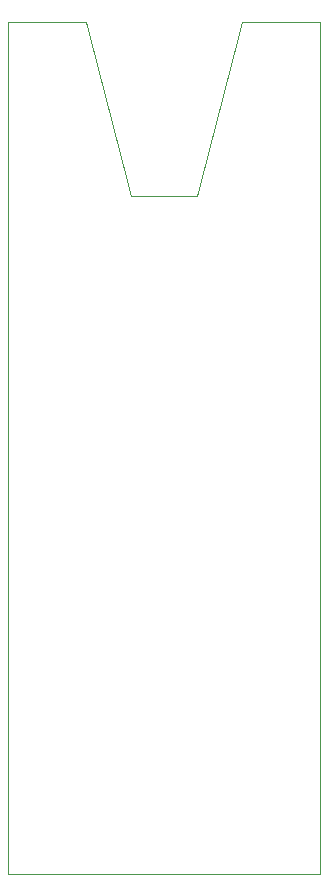
<source format=gbr>
%TF.GenerationSoftware,KiCad,Pcbnew,7.0.5*%
%TF.CreationDate,2023-06-16T14:54:11+02:00*%
%TF.ProjectId,carte_interface_connecteur_grove_pour_capteur,63617274-655f-4696-9e74-657266616365,rev?*%
%TF.SameCoordinates,Original*%
%TF.FileFunction,Profile,NP*%
%FSLAX46Y46*%
G04 Gerber Fmt 4.6, Leading zero omitted, Abs format (unit mm)*
G04 Created by KiCad (PCBNEW 7.0.5) date 2023-06-16 14:54:11*
%MOMM*%
%LPD*%
G01*
G04 APERTURE LIST*
%TA.AperFunction,Profile*%
%ADD10C,0.100000*%
%TD*%
G04 APERTURE END LIST*
D10*
X115904000Y-171900000D02*
X119648000Y-186608000D01*
X109300000Y-244036000D02*
X109300000Y-171900000D01*
X135716000Y-171900000D02*
X135716000Y-244036000D01*
X135716000Y-244036000D02*
X109300000Y-244036000D01*
X129112000Y-171900000D02*
X135716000Y-171900000D01*
X109300000Y-171900000D02*
X115904000Y-171900000D01*
X125248000Y-186608000D02*
X129112000Y-171900000D01*
X119648000Y-186608000D02*
X125248000Y-186608000D01*
M02*

</source>
